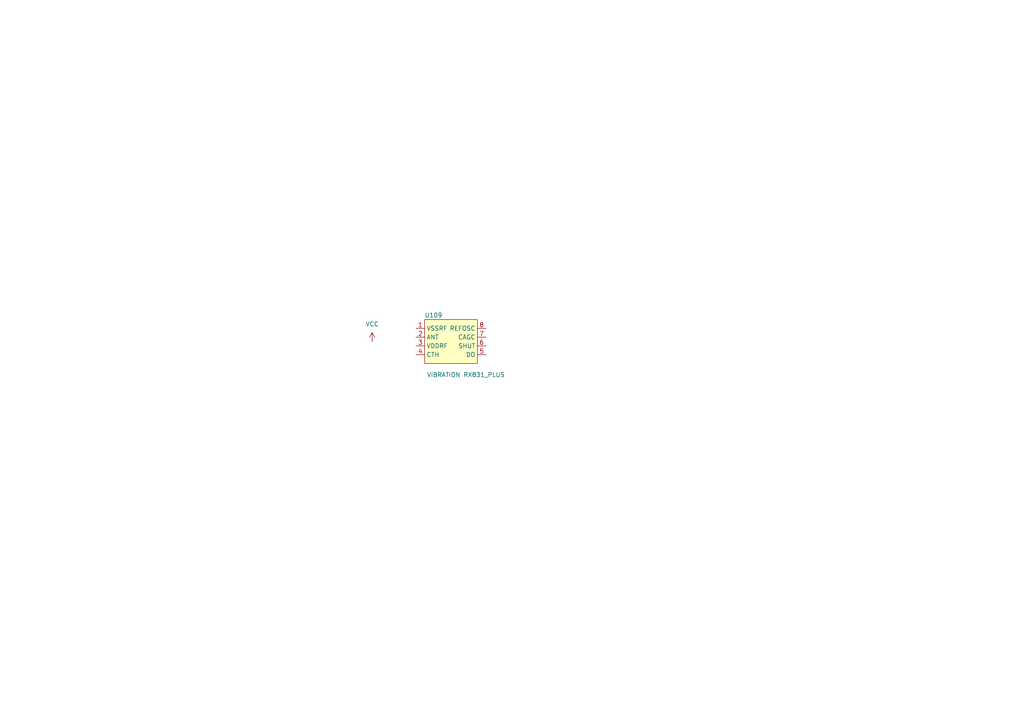
<source format=kicad_sch>
(kicad_sch (version 20231120) (generator "eeschema") (generator_version "8.0")
  (paper "A4")
  (lib_symbols
    (symbol "SiGen_Symbol_Library:WL700"
      (property "Reference" "U?" (at -6.858 7.62 0))
      (symbol "WL700_1_1"
        (rectangle (start -7.62 6.35) (end 7.62 -6.35) (fill (type background)))
        (pin input line (at -10.16 3.81 0) (length 2.54) (name "VSSRF") (number "1"))
        (pin input line (at -10.16 1.27 0) (length 2.54) (name "ANT") (number "2"))
        (pin input line (at -10.16 -1.27 0) (length 2.54) (name "VDDRF") (number "3"))
        (pin input line (at -10.16 -3.81 0) (length 2.54) (name "CTH") (number "4"))
        (pin input line (at 10.16 -3.81 180) (length 2.54) (name "DO") (number "5"))
        (pin input line (at 10.16 -1.27 180) (length 2.54) (name "SHUT") (number "6"))
        (pin input line (at 10.16 1.27 180) (length 2.54) (name "CAGC") (number "7"))
        (pin input line (at 10.16 3.81 180) (length 2.54) (name "REFOSC") (number "8"))
      )
    )
    (symbol "power:VCC" (power) (pin_numbers hide) (pin_names (offset 0) hide)
      (property "Value" "VCC" (at 0 3.556 0))
      (symbol "VCC_0_1"
        (polyline (pts (xy -0.762 1.27) (xy 0 2.54)))
        (polyline (pts (xy 0 0) (xy 0 2.54)))
        (polyline (pts (xy 0 2.54) (xy 0.762 1.27)))
      )
      (symbol "VCC_1_1"
        (pin power_in line (at 0 0 90) (length 0) (name "~") (number "1"))
      )
    )
  )
  (symbol (lib_id "SiGen_Symbol_Library:WL700") (at 130.81 99.06 0) (unit 1)
    (property "Reference" "U109" (at 125.73 91.44 0))
    (property "Value" " VIBRATION RX831_PLUS " (at 135.128 108.712 0))
    (property "Footprint" "Package_SO:SOP-8_3.76x4.96mm_P1.27mm" (effects (hide yes)))
    (property "Datasheet" "https://www.lcsc.com/datasheet/lcsc_datasheet_2008071536_WL-WL700_C708723.pdf" (effects (hide yes)))
    (property "Description" " 10Kbps 300MHz~440MHz SOP-8 RF Transceiver ICs ROHS " (effects (hide yes)))
    (property "Mfr." "WL" (effects (hide yes)))
    (property "Mfr. #" "WL700" (effects (hide yes)))
  )
  (symbol (lib_id "power:VCC") (at 107.95 99.06 0) (unit 1)
    (property "Reference" "#PWR0152" (effects (hide yes)))
    (property "Value" "VCC" (at 107.95 93.98 0))
    (property "Description" "Power symbol creates a global label with name \"VCC\"" (effects (hide yes)))
  )
)
</source>
